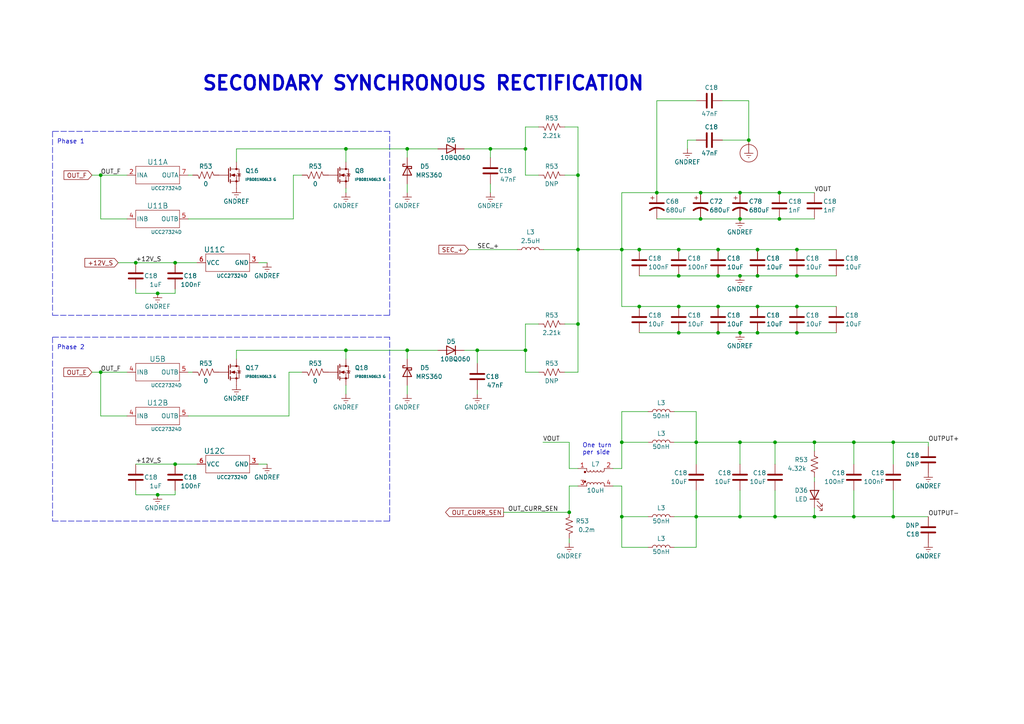
<source format=kicad_sch>
(kicad_sch (version 20230121) (generator eeschema)
  (paper "A4")
  (lib_symbols
    (symbol "Device:C" (pin_numbers hide) (pin_names (offset 0.254))
      (property "Reference" "C" (at 0.635 2.54 0))
      (property "Value" "C" (at 0.635 -2.54 0))
      (symbol "C_0_1"
        (polyline (pts (xy -2.032 -0.762) (xy 2.032 -0.762)) (stroke (width 0.508)))
        (polyline (pts (xy -2.032 0.762) (xy 2.032 0.762)) (stroke (width 0.508)))
      )
      (symbol "C_1_1"
        (pin passive line (at 0 3.81 270) (length 2.794) (name "~") (number "1"))
        (pin passive line (at 0 -3.81 90) (length 2.794) (name "~") (number "2"))
      )
    )
    (symbol "Device:C_Polarized_US" (pin_numbers hide) (pin_names (offset 0.254) hide)
      (property "Reference" "C" (at 0.635 2.54 0))
      (property "Value" "C_Polarized_US" (at 0.635 -2.54 0))
      (symbol "C_Polarized_US_0_1"
        (polyline (pts (xy -2.032 0.762) (xy 2.032 0.762)) (stroke (width 0.508)))
        (polyline (pts (xy -1.778 2.286) (xy -0.762 2.286)))
        (polyline (pts (xy -1.27 1.778) (xy -1.27 2.794)))
        (arc (start 2.032 -1.27) (mid 0 -0.5572) (end -2.032 -1.27) (stroke (width 0.508)))
      )
      (symbol "C_Polarized_US_1_1"
        (pin passive line (at 0 3.81 270) (length 2.794) (name "~") (number "1"))
        (pin passive line (at 0 -3.81 90) (length 3.302) (name "~") (number "2"))
      )
    )
    (symbol "Device:D" (pin_numbers hide) (pin_names (offset 1.016) hide)
      (property "Reference" "D" (at 0 2.54 0))
      (property "Value" "D" (at 0 -2.54 0))
      (symbol "D_0_1"
        (polyline (pts (xy -1.27 1.27) (xy -1.27 -1.27)) (stroke (width 0.254)))
        (polyline (pts (xy 1.27 0) (xy -1.27 0)))
        (polyline (pts (xy 1.27 1.27) (xy 1.27 -1.27) (xy -1.27 0) (xy 1.27 1.27)) (stroke (width 0.254)))
      )
      (symbol "D_1_1"
        (pin passive line (at -3.81 0 0) (length 2.54) (name "K") (number "1"))
        (pin passive line (at 3.81 0 180) (length 2.54) (name "A") (number "2"))
      )
    )
    (symbol "Device:D_Schottky" (pin_numbers hide) (pin_names (offset 1.016) hide)
      (property "Reference" "D" (at 0 2.54 0))
      (property "Value" "D_Schottky" (at 0 -2.54 0))
      (symbol "D_Schottky_0_1"
        (polyline (pts (xy 1.27 0) (xy -1.27 0)))
        (polyline (pts (xy 1.27 1.27) (xy 1.27 -1.27) (xy -1.27 0) (xy 1.27 1.27)) (stroke (width 0.254)))
        (polyline (pts (xy -1.905 0.635) (xy -1.905 1.27) (xy -1.27 1.27) (xy -1.27 -1.27) (xy -0.635 -1.27) (xy -0.635 -0.635)) (stroke (width 0.254)))
      )
      (symbol "D_Schottky_1_1"
        (pin passive line (at -3.81 0 0) (length 2.54) (name "K") (number "1"))
        (pin passive line (at 3.81 0 180) (length 2.54) (name "A") (number "2"))
      )
    )
    (symbol "Device:L" (pin_numbers hide) (pin_names (offset 1.016) hide)
      (property "Reference" "L" (at -1.27 0 90))
      (property "Value" "L" (at 1.905 0 90))
      (symbol "L_0_1"
        (arc (start 0 -2.54) (mid 0.6323 -1.905) (end 0 -1.27))
        (arc (start 0 -1.27) (mid 0.6323 -0.635) (end 0 0))
        (arc (start 0 0) (mid 0.6323 0.635) (end 0 1.27))
        (arc (start 0 1.27) (mid 0.6323 1.905) (end 0 2.54))
      )
      (symbol "L_1_1"
        (pin passive line (at 0 3.81 270) (length 1.27) (name "1") (number "1"))
        (pin passive line (at 0 -3.81 90) (length 1.27) (name "2") (number "2"))
      )
    )
    (symbol "Device:LED" (pin_numbers hide) (pin_names (offset 1.016) hide)
      (property "Reference" "D" (at 0 2.54 0))
      (property "Value" "LED" (at 0 -2.54 0))
      (symbol "LED_0_1"
        (polyline (pts (xy -1.27 -1.27) (xy -1.27 1.27)) (stroke (width 0.254)))
        (polyline (pts (xy -1.27 0) (xy 1.27 0)))
        (polyline (pts (xy 1.27 -1.27) (xy 1.27 1.27) (xy -1.27 0) (xy 1.27 -1.27)) (stroke (width 0.254)))
        (polyline (pts (xy -3.048 -0.762) (xy -4.572 -2.286) (xy -3.81 -2.286) (xy -4.572 -2.286) (xy -4.572 -1.524)))
        (polyline (pts (xy -1.778 -0.762) (xy -3.302 -2.286) (xy -2.54 -2.286) (xy -3.302 -2.286) (xy -3.302 -1.524)))
      )
      (symbol "LED_1_1"
        (pin passive line (at -3.81 0 0) (length 2.54) (name "K") (number "1"))
        (pin passive line (at 3.81 0 180) (length 2.54) (name "A") (number "2"))
      )
    )
    (symbol "Device:L_Coupled" (pin_names (offset 0.254) hide)
      (property "Reference" "L" (at 0 4.445 0))
      (property "Value" "L_Coupled" (at 0 -4.445 0))
      (symbol "L_Coupled_0_1"
        (circle (center -3.048 -1.27) (radius 0.254) (fill (type outline)))
        (circle (center -3.048 1.524) (radius 0.254) (fill (type outline)))
        (arc (start -2.54 2.032) (mid -2.032 1.5262) (end -1.524 2.032))
        (arc (start -1.524 -2.032) (mid -2.032 -1.5262) (end -2.54 -2.032))
        (arc (start -1.524 2.032) (mid -1.016 1.5262) (end -0.508 2.032))
        (arc (start -0.508 -2.032) (mid -1.016 -1.5262) (end -1.524 -2.032))
        (arc (start -0.508 2.032) (mid 0 1.5262) (end 0.508 2.032))
        (polyline (pts (xy -2.54 -2.032) (xy -2.54 -2.54)))
        (polyline (pts (xy -2.54 2.032) (xy -2.54 2.54)))
        (polyline (pts (xy 2.54 -2.032) (xy 2.54 -2.54)))
        (polyline (pts (xy 2.54 2.54) (xy 2.54 2.032)))
        (arc (start 0.508 -2.032) (mid 0 -1.5262) (end -0.508 -2.032))
        (arc (start 0.508 2.032) (mid 1.016 1.5262) (end 1.524 2.032))
        (arc (start 1.524 -2.032) (mid 1.016 -1.5262) (end 0.508 -2.032))
        (arc (start 1.524 2.032) (mid 2.032 1.5262) (end 2.54 2.032))
        (arc (start 2.54 -2.032) (mid 2.032 -1.5262) (end 1.524 -2.032))
      )
      (symbol "L_Coupled_1_1"
        (pin passive line (at -5.08 2.54 0) (length 2.54) (name "1") (number "1"))
        (pin passive line (at 5.08 2.54 180) (length 2.54) (name "2") (number "2"))
        (pin passive line (at -5.08 -2.54 0) (length 2.54) (name "3") (number "3"))
        (pin passive line (at 5.08 -2.54 180) (length 2.54) (name "4") (number "4"))
      )
    )
    (symbol "Device:R_US" (pin_numbers hide) (pin_names (offset 0))
      (property "Reference" "R" (at 2.54 0 90))
      (property "Value" "R_US" (at -2.54 0 90))
      (symbol "R_US_0_1"
        (polyline (pts (xy 0 -2.286) (xy 0 -2.54)))
        (polyline (pts (xy 0 2.286) (xy 0 2.54)))
        (polyline (pts (xy 0 -0.762) (xy 1.016 -1.143) (xy 0 -1.524) (xy -1.016 -1.905) (xy 0 -2.286)))
        (polyline (pts (xy 0 0.762) (xy 1.016 0.381) (xy 0 0) (xy -1.016 -0.381) (xy 0 -0.762)))
        (polyline (pts (xy 0 2.286) (xy 1.016 1.905) (xy 0 1.524) (xy -1.016 1.143) (xy 0 0.762)))
      )
      (symbol "R_US_1_1"
        (pin passive line (at 0 3.81 270) (length 1.27) (name "~") (number "1"))
        (pin passive line (at 0 -3.81 90) (length 1.27) (name "~") (number "2"))
      )
    )
    (symbol "fb_smps_symbols:IPB081N06L3 G" (pin_names hide)
      (property "Reference" "Q" (at 5.08 1.905 0))
      (property "Value" "IPB081N06L3 G" (at 5.08 0 0))
      (symbol "IPB081N06L3 G_0_1"
        (polyline (pts (xy 0.254 0) (xy -2.54 0)))
        (polyline (pts (xy 0.254 1.905) (xy 0.254 -1.905)) (stroke (width 0.254)))
        (polyline (pts (xy 0.762 -1.27) (xy 0.762 -2.286)) (stroke (width 0.254)))
        (polyline (pts (xy 0.762 0.508) (xy 0.762 -0.508)) (stroke (width 0.254)))
        (polyline (pts (xy 0.762 2.286) (xy 0.762 1.27)) (stroke (width 0.254)))
        (polyline (pts (xy 2.54 -3.81) (xy 2.54 -2.54)))
        (polyline (pts (xy 2.54 2.54) (xy 2.54 1.778)))
        (polyline (pts (xy 2.54 2.54) (xy 2.54 3.81)))
        (polyline (pts (xy 2.54 -2.54) (xy 2.54 0) (xy 0.762 0)))
        (polyline (pts (xy 0.762 -1.778) (xy 3.302 -1.778) (xy 3.302 1.778) (xy 0.762 1.778)))
        (polyline (pts (xy 1.016 0) (xy 2.032 0.381) (xy 2.032 -0.381) (xy 1.016 0)) (fill (type outline)))
        (polyline (pts (xy 2.794 0.508) (xy 2.921 0.381) (xy 3.683 0.381) (xy 3.81 0.254)))
        (polyline (pts (xy 3.302 0.381) (xy 2.921 -0.254) (xy 3.683 -0.254) (xy 3.302 0.381)))
        (circle (center 2.54 -1.778) (radius 0.254) (fill (type outline)))
        (circle (center 2.54 1.778) (radius 0.254) (fill (type outline)))
      )
      (symbol "IPB081N06L3 G_1_1"
        (pin input line (at -2.54 0 0) (length 2.54) hide (name "G") (number "1"))
        (pin passive line (at 2.54 3.81 270) (length 2.54) hide (name "D") (number "2"))
        (pin passive line (at 2.54 -3.81 90) (length 2.54) hide (name "S") (number "3"))
      )
    )
    (symbol "fb_smps_symbols:UCC27324D" (pin_names (offset 0.254))
      (property "Reference" "U" (at 5.08 1.27 0))
      (property "Value" "UCC27324D" (at 11.43 -6.35 0))
      (symbol "UCC27324D_0_1"
        (polyline (pts (xy 2.54 -5.08) (xy 15.24 -5.08)) (stroke (width 0.127)))
        (polyline (pts (xy 2.54 0) (xy 2.54 -5.08)) (stroke (width 0.127)))
        (polyline (pts (xy 15.24 -5.08) (xy 15.24 0)) (stroke (width 0.127)))
        (polyline (pts (xy 15.24 0) (xy 2.54 0)) (stroke (width 0.127)))
      )
      (symbol "UCC27324D_1_1"
        (pin input line (at 0 -2.54 0) (length 2.54) (name "INA") (number "2"))
        (pin output line (at 17.78 -2.54 180) (length 2.54) (name "OUTA") (number "7"))
      )
      (symbol "UCC27324D_2_1"
        (pin input line (at 0 -2.54 0) (length 2.54) (name "INB") (number "4"))
        (pin output line (at 17.78 -2.54 180) (length 2.54) (name "OUTB") (number "5"))
      )
      (symbol "UCC27324D_3_1"
        (pin power_in line (at 17.78 -2.54 180) (length 2.54) (name "GND") (number "3"))
        (pin power_in line (at 0 -2.54 0) (length 2.54) (name "VCC") (number "6"))
      )
    )
    (symbol "power:Earth_Protective" (power) (pin_names (offset 0))
      (symbol "Earth_Protective_0_1"
        (circle (center 0 -3.81) (radius 2.54))
        (polyline (pts (xy -0.635 -4.445) (xy 0.635 -4.445)))
        (polyline (pts (xy -0.127 -5.08) (xy 0.127 -5.08)))
        (polyline (pts (xy 0 -3.81) (xy 0 0)))
        (polyline (pts (xy 1.27 -3.81) (xy -1.27 -3.81)))
      )
      (symbol "Earth_Protective_1_1"
        (pin power_in line (at 0 0 270) (length 0) hide (name "Earth_Protective") (number "1"))
      )
    )
    (symbol "power:GNDREF" (power) (pin_names (offset 0))
      (property "Value" "GNDREF" (at 0 -3.81 0))
      (symbol "GNDREF_0_1"
        (polyline (pts (xy -0.635 -1.905) (xy 0.635 -1.905)))
        (polyline (pts (xy -0.127 -2.54) (xy 0.127 -2.54)))
        (polyline (pts (xy 0 -1.27) (xy 0 0)))
        (polyline (pts (xy 1.27 -1.27) (xy -1.27 -1.27)))
      )
      (symbol "GNDREF_1_1"
        (pin power_in line (at 0 0 270) (length 0) hide (name "GNDREF") (number "1"))
      )
    )
  )
  (junction (at 167.64 93.98))
  (junction (at 208.28 96.52))
  (junction (at 247.65 128.27))
  (junction (at 214.63 128.27))
  (junction (at 180.34 128.27))
  (junction (at 142.24 43.18))
  (junction (at 118.11 43.18))
  (junction (at 226.06 55.88))
  (junction (at 208.28 72.39))
  (junction (at 100.33 101.6))
  (junction (at 219.71 72.39))
  (junction (at 152.4 43.18))
  (junction (at 231.14 80.01))
  (junction (at 231.14 72.39))
  (junction (at 259.08 128.27))
  (junction (at 219.71 88.9))
  (junction (at 201.93 128.27))
  (junction (at 236.22 149.86))
  (junction (at 180.34 149.86))
  (junction (at 50.8 134.62))
  (junction (at 29.21 50.8))
  (junction (at 196.85 96.52))
  (junction (at 203.2 55.88))
  (junction (at 50.8 76.2))
  (junction (at 236.22 128.27))
  (junction (at 185.42 72.39))
  (junction (at 247.65 149.86))
  (junction (at 167.64 72.39))
  (junction (at 214.63 96.52))
  (junction (at 214.63 149.86))
  (junction (at 224.79 128.27))
  (junction (at 45.72 143.51))
  (junction (at 259.08 149.86))
  (junction (at 208.28 88.9))
  (junction (at 226.06 63.5))
  (junction (at 29.21 107.95))
  (junction (at 45.72 85.09))
  (junction (at 214.63 80.01))
  (junction (at 190.5 55.88))
  (junction (at 219.71 96.52))
  (junction (at 196.85 72.39))
  (junction (at 217.17 40.64))
  (junction (at 196.85 80.01))
  (junction (at 196.85 88.9))
  (junction (at 231.14 88.9))
  (junction (at 214.63 63.5))
  (junction (at 185.42 88.9))
  (junction (at 208.28 80.01))
  (junction (at 165.1 148.59))
  (junction (at 167.64 50.8))
  (junction (at 138.43 101.6))
  (junction (at 203.2 63.5))
  (junction (at 180.34 72.39))
  (junction (at 100.33 43.18))
  (junction (at 118.11 101.6))
  (junction (at 231.14 96.52))
  (junction (at 219.71 80.01))
  (junction (at 214.63 55.88))
  (junction (at 201.93 149.86))
  (junction (at 224.79 149.86))
  (junction (at 152.4 101.6))
  (junction (at 39.37 76.2))
  (wire (pts (xy 177.8 135.89) (xy 180.34 135.89)))
  (wire (pts (xy 224.79 149.86) (xy 214.63 149.86)))
  (wire (pts (xy 236.22 128.27) (xy 236.22 130.81)))
  (wire (pts (xy 180.34 140.97) (xy 180.34 149.86)))
  (wire (pts (xy 138.43 114.3) (xy 138.43 113.03)))
  (wire (pts (xy 196.85 88.9) (xy 208.28 88.9)))
  (wire (pts (xy 187.96 119.38) (xy 180.34 119.38)))
  (wire (pts (xy 231.14 96.52) (xy 242.57 96.52)))
  (wire (pts (xy 54.61 63.5) (xy 85.09 63.5)))
  (wire (pts (xy 190.5 29.21) (xy 190.5 55.88)))
  (wire (pts (xy 74.93 76.2) (xy 77.47 76.2)))
  (wire (pts (xy 138.43 101.6) (xy 138.43 105.41)))
  (wire (pts (xy 214.63 55.88) (xy 226.06 55.88)))
  (wire (pts (xy 219.71 80.01) (xy 231.14 80.01)))
  (wire (pts (xy 195.58 158.75) (xy 201.93 158.75)))
  (wire (pts (xy 214.63 63.5) (xy 226.06 63.5)))
  (wire (pts (xy 138.43 101.6) (xy 152.4 101.6)))
  (wire (pts (xy 185.42 88.9) (xy 196.85 88.9)))
  (wire (pts (xy 167.64 36.83) (xy 167.64 50.8)))
  (wire (pts (xy 190.5 63.5) (xy 203.2 63.5)))
  (wire (pts (xy 50.8 76.2) (xy 57.15 76.2)))
  (wire (pts (xy 163.83 50.8) (xy 167.64 50.8)))
  (wire (pts (xy 68.58 101.6) (xy 100.33 101.6)))
  (polyline (pts (xy 15.24 91.44) (xy 113.03 91.44)) (stroke (width 0) (type dash)))
  (wire (pts (xy 54.61 120.65) (xy 83.82 120.65)))
  (wire (pts (xy 165.1 140.97) (xy 167.64 140.97)))
  (wire (pts (xy 68.58 43.18) (xy 68.58 46.99)))
  (wire (pts (xy 259.08 149.86) (xy 247.65 149.86)))
  (wire (pts (xy 214.63 80.01) (xy 219.71 80.01)))
  (wire (pts (xy 236.22 138.43) (xy 236.22 139.7)))
  (wire (pts (xy 34.29 76.2) (xy 39.37 76.2)))
  (wire (pts (xy 36.83 50.8) (xy 29.21 50.8)))
  (wire (pts (xy 201.93 29.21) (xy 190.5 29.21)))
  (wire (pts (xy 167.64 72.39) (xy 167.64 93.98)))
  (wire (pts (xy 50.8 83.82) (xy 50.8 85.09)))
  (wire (pts (xy 165.1 135.89) (xy 167.64 135.89)))
  (wire (pts (xy 180.34 72.39) (xy 185.42 72.39)))
  (wire (pts (xy 201.93 149.86) (xy 201.93 142.24)))
  (wire (pts (xy 167.64 50.8) (xy 167.64 72.39)))
  (wire (pts (xy 36.83 107.95) (xy 29.21 107.95)))
  (wire (pts (xy 85.09 50.8) (xy 87.63 50.8)))
  (wire (pts (xy 157.48 128.27) (xy 165.1 128.27)))
  (wire (pts (xy 180.34 149.86) (xy 187.96 149.86)))
  (wire (pts (xy 50.8 85.09) (xy 45.72 85.09)))
  (wire (pts (xy 29.21 50.8) (xy 29.21 63.5)))
  (wire (pts (xy 39.37 85.09) (xy 45.72 85.09)))
  (wire (pts (xy 85.09 63.5) (xy 85.09 50.8)))
  (wire (pts (xy 180.34 55.88) (xy 180.34 72.39)))
  (wire (pts (xy 163.83 107.95) (xy 167.64 107.95)))
  (wire (pts (xy 195.58 149.86) (xy 201.93 149.86)))
  (wire (pts (xy 219.71 88.9) (xy 231.14 88.9)))
  (wire (pts (xy 199.39 40.64) (xy 199.39 43.18)))
  (polyline (pts (xy 113.03 97.79) (xy 15.24 97.79)) (stroke (width 0) (type dash)))
  (wire (pts (xy 167.64 72.39) (xy 180.34 72.39)))
  (wire (pts (xy 219.71 72.39) (xy 231.14 72.39)))
  (wire (pts (xy 50.8 142.24) (xy 50.8 143.51)))
  (polyline (pts (xy 15.24 38.1) (xy 15.24 91.44)) (stroke (width 0) (type dash)))
  (wire (pts (xy 68.58 43.18) (xy 100.33 43.18)))
  (wire (pts (xy 152.4 43.18) (xy 152.4 36.83)))
  (wire (pts (xy 156.21 50.8) (xy 152.4 50.8)))
  (wire (pts (xy 214.63 128.27) (xy 201.93 128.27)))
  (wire (pts (xy 208.28 96.52) (xy 214.63 96.52)))
  (wire (pts (xy 152.4 43.18) (xy 152.4 50.8)))
  (wire (pts (xy 231.14 72.39) (xy 242.57 72.39)))
  (wire (pts (xy 214.63 128.27) (xy 214.63 134.62)))
  (wire (pts (xy 196.85 80.01) (xy 208.28 80.01)))
  (wire (pts (xy 269.24 149.86) (xy 259.08 149.86)))
  (wire (pts (xy 54.61 50.8) (xy 55.88 50.8)))
  (wire (pts (xy 259.08 142.24) (xy 259.08 149.86)))
  (wire (pts (xy 259.08 134.62) (xy 259.08 128.27)))
  (wire (pts (xy 201.93 119.38) (xy 195.58 119.38)))
  (wire (pts (xy 29.21 63.5) (xy 36.83 63.5)))
  (wire (pts (xy 224.79 128.27) (xy 224.79 134.62)))
  (wire (pts (xy 214.63 96.52) (xy 219.71 96.52)))
  (wire (pts (xy 236.22 147.32) (xy 236.22 149.86)))
  (wire (pts (xy 142.24 43.18) (xy 142.24 45.72)))
  (wire (pts (xy 39.37 143.51) (xy 45.72 143.51)))
  (wire (pts (xy 247.65 128.27) (xy 236.22 128.27)))
  (wire (pts (xy 50.8 143.51) (xy 45.72 143.51)))
  (wire (pts (xy 231.14 80.01) (xy 242.57 80.01)))
  (wire (pts (xy 269.24 129.54) (xy 269.24 128.27)))
  (wire (pts (xy 118.11 101.6) (xy 127 101.6)))
  (wire (pts (xy 177.8 140.97) (xy 180.34 140.97)))
  (wire (pts (xy 231.14 88.9) (xy 242.57 88.9)))
  (wire (pts (xy 165.1 128.27) (xy 165.1 135.89)))
  (wire (pts (xy 185.42 72.39) (xy 196.85 72.39)))
  (wire (pts (xy 118.11 101.6) (xy 118.11 104.14)))
  (wire (pts (xy 135.89 72.39) (xy 150.0544 72.39)))
  (wire (pts (xy 247.65 142.24) (xy 247.65 149.86)))
  (wire (pts (xy 259.08 128.27) (xy 247.65 128.27)))
  (wire (pts (xy 247.65 128.27) (xy 247.65 134.62)))
  (wire (pts (xy 100.33 54.61) (xy 100.33 55.88)))
  (wire (pts (xy 29.21 107.95) (xy 29.21 120.65)))
  (wire (pts (xy 142.24 43.18) (xy 152.4 43.18)))
  (wire (pts (xy 100.33 101.6) (xy 100.33 104.14)))
  (wire (pts (xy 39.37 83.82) (xy 39.37 85.09)))
  (wire (pts (xy 214.63 142.24) (xy 214.63 149.86)))
  (wire (pts (xy 54.61 107.95) (xy 55.88 107.95)))
  (wire (pts (xy 180.34 88.9) (xy 180.34 72.39)))
  (wire (pts (xy 156.21 107.95) (xy 152.4 107.95)))
  (wire (pts (xy 39.37 142.24) (xy 39.37 143.51)))
  (wire (pts (xy 50.8 134.62) (xy 57.15 134.62)))
  (wire (pts (xy 152.4 93.98) (xy 152.4 101.6)))
  (wire (pts (xy 100.33 114.3) (xy 100.33 111.76)))
  (wire (pts (xy 208.28 88.9) (xy 219.71 88.9)))
  (wire (pts (xy 74.93 134.62) (xy 77.47 134.62)))
  (wire (pts (xy 134.62 43.18) (xy 142.24 43.18)))
  (wire (pts (xy 157.6744 72.39) (xy 167.64 72.39)))
  (wire (pts (xy 100.33 101.6) (xy 118.11 101.6)))
  (wire (pts (xy 236.22 149.86) (xy 224.79 149.86)))
  (wire (pts (xy 180.34 128.27) (xy 187.96 128.27)))
  (wire (pts (xy 118.11 53.34) (xy 118.11 55.88)))
  (wire (pts (xy 83.82 120.65) (xy 83.82 107.95)))
  (polyline (pts (xy 15.24 97.79) (xy 15.24 151.13)) (stroke (width 0) (type dash)))
  (wire (pts (xy 39.37 76.2) (xy 50.8 76.2)))
  (wire (pts (xy 180.34 158.75) (xy 180.34 149.86)))
  (wire (pts (xy 217.17 40.64) (xy 209.55 40.64)))
  (polyline (pts (xy 113.03 91.44) (xy 113.03 38.1)) (stroke (width 0) (type dash)))
  (wire (pts (xy 39.37 134.62) (xy 50.8 134.62)))
  (wire (pts (xy 224.79 128.27) (xy 214.63 128.27)))
  (wire (pts (xy 142.24 55.88) (xy 142.24 53.34)))
  (wire (pts (xy 214.63 149.86) (xy 201.93 149.86)))
  (wire (pts (xy 185.42 80.01) (xy 196.85 80.01)))
  (wire (pts (xy 217.17 40.64) (xy 217.17 29.21)))
  (wire (pts (xy 185.42 96.52) (xy 196.85 96.52)))
  (wire (pts (xy 226.06 63.5) (xy 236.22 63.5)))
  (polyline (pts (xy 113.03 151.13) (xy 113.03 97.79)) (stroke (width 0) (type dash)))
  (wire (pts (xy 167.64 36.83) (xy 163.83 36.83)))
  (wire (pts (xy 219.71 96.52) (xy 231.14 96.52)))
  (wire (pts (xy 118.11 114.3) (xy 118.11 111.76)))
  (wire (pts (xy 201.93 40.64) (xy 199.39 40.64)))
  (polyline (pts (xy 113.03 38.1) (xy 15.24 38.1)) (stroke (width 0) (type dash)))
  (wire (pts (xy 100.33 43.18) (xy 118.11 43.18)))
  (wire (pts (xy 29.21 120.65) (xy 36.83 120.65)))
  (wire (pts (xy 185.42 88.9) (xy 180.34 88.9)))
  (wire (pts (xy 217.17 29.21) (xy 209.55 29.21)))
  (wire (pts (xy 180.34 128.27) (xy 180.34 135.89)))
  (wire (pts (xy 152.4 36.83) (xy 156.21 36.83)))
  (wire (pts (xy 165.1 156.21) (xy 165.1 157.48)))
  (wire (pts (xy 134.62 101.6) (xy 138.43 101.6)))
  (wire (pts (xy 26.67 50.8) (xy 29.21 50.8)))
  (wire (pts (xy 26.67 107.95) (xy 29.21 107.95)))
  (wire (pts (xy 203.2 63.5) (xy 214.63 63.5)))
  (wire (pts (xy 190.5 55.88) (xy 203.2 55.88)))
  (wire (pts (xy 201.93 128.27) (xy 201.93 134.62)))
  (wire (pts (xy 180.34 55.88) (xy 190.5 55.88)))
  (wire (pts (xy 195.58 128.27) (xy 201.93 128.27)))
  (wire (pts (xy 163.83 93.98) (xy 167.64 93.98)))
  (wire (pts (xy 146.05 148.59) (xy 165.1 148.59)))
  (wire (pts (xy 180.34 119.38) (xy 180.34 128.27)))
  (wire (pts (xy 208.28 80.01) (xy 214.63 80.01)))
  (wire (pts (xy 165.1 148.59) (xy 165.1 140.97)))
  (wire (pts (xy 83.82 107.95) (xy 87.63 107.95)))
  (wire (pts (xy 68.58 101.6) (xy 68.58 104.14)))
  (wire (pts (xy 259.08 128.27) (xy 269.24 128.27)))
  (wire (pts (xy 201.93 119.38) (xy 201.93 128.27)))
  (wire (pts (xy 203.2 55.88) (xy 214.63 55.88)))
  (polyline (pts (xy 15.24 151.13) (xy 113.03 151.13)) (stroke (width 0) (type dash)))
  (wire (pts (xy 201.93 158.75) (xy 201.93 149.86)))
  (wire (pts (xy 236.22 128.27) (xy 224.79 128.27)))
  (wire (pts (xy 224.79 142.24) (xy 224.79 149.86)))
  (wire (pts (xy 196.85 72.39) (xy 208.28 72.39)))
  (wire (pts (xy 208.28 72.39) (xy 219.71 72.39)))
  (wire (pts (xy 152.4 107.95) (xy 152.4 101.6)))
  (wire (pts (xy 152.4 93.98) (xy 156.21 93.98)))
  (wire (pts (xy 118.11 43.18) (xy 127 43.18)))
  (wire (pts (xy 167.64 93.98) (xy 167.64 107.95)))
  (wire (pts (xy 226.06 55.88) (xy 236.22 55.88)))
  (wire (pts (xy 187.96 158.75) (xy 180.34 158.75)))
  (wire (pts (xy 247.65 149.86) (xy 236.22 149.86)))
  (wire (pts (xy 100.33 43.18) (xy 100.33 46.99)))
  (wire (pts (xy 118.11 43.18) (xy 118.11 45.72)))
  (wire (pts (xy 196.85 96.52) (xy 208.28 96.52)))
  (text "Phase 2" (at 16.51 101.6 0) (effects (font (size 1.27 1.27)) (justify left bottom)))
  (text "Phase 1" (at 16.51 41.91 0) (effects (font (size 1.27 1.27)) (justify left bottom)))
  (text "One turn \nper side" (at 168.91 132.08 0) (effects (font (size 1.27 1.27)) (justify left bottom)))
  (text "SECONDARY SYNCHRONOUS RECTIFICATION" (at 58.42 26.67 0) (effects (font (size 4 4) (thickness 0.8) bold) (justify left bottom)))
  (label "OUT_CURR_SEN" (at 147.32 148.59 0))
  (label "VOUT" (at 157.48 128.27 0))
  (label "+12V_S" (at 39.37 134.62 0))
  (label "OUTPUT-" (at 269.24 149.86 0))
  (label "OUTPUT+" (at 269.24 128.27 0))
  (label "VOUT" (at 236.22 55.88 0))
  (label "SEC_+" (at 144.78 72.39 180))
  (label "OUT_F" (at 29.21 50.8 0))
  (label "OUT_F" (at 29.21 107.95 0))
  (label "+12V_S" (at 39.37 76.2 0))
  (global_label "+12V_S" (shape input) (at 34.29 76.2 180) (property "Intersheetrefs" "${INTERSHEET_REFS}" (effects hide)))
  (global_label "OUT_E" (shape input) (at 26.67 107.95 180) (property "Intersheetrefs" "${INTERSHEET_REFS}" (effects hide)))
  (global_label "OUT_CURR_SEN" (shape output) (at 146.05 148.59 180) (property "Intersheetrefs" "${INTERSHEET_REFS}" (effects hide)))
  (global_label "OUT_F" (shape input) (at 26.67 50.8 180) (property "Intersheetrefs" "${INTERSHEET_REFS}" (effects hide)))
  (global_label "SEC_+" (shape input) (at 135.89 72.39 180) (property "Intersheetrefs" "${INTERSHEET_REFS}" (effects hide)))
  (symbol (lib_id "Device:R_US") (at 91.44 50.8 270) (mirror x) (unit 1)
    (property "Reference" "R53" (at 91.44 48.26 90))
    (property "Value" "0" (at 91.44 53.34 90))
    (instances (project "full_bridge_smps" (path "" (reference "R53") (unit 1)) (path "" (reference "R80") (unit 1)) (path "" (reference "R84") (unit 1))))
  )
  (symbol (lib_id "Device:C") (at 185.42 92.71 0) (mirror x) (unit 1)
    (property "Reference" "C18" (at 187.96 91.44 0) (effects (justify left)))
    (property "Value" "10uF" (at 187.96 93.98 0) (effects (justify left)))
    (instances (project "full_bridge_smps" (path "" (reference "C18") (unit 1)) (path "" (reference "C48") (unit 1)) (path "" (reference "C67") (unit 1))))
  )
  (symbol (lib_id "power:GNDREF") (at 68.58 54.61 0) (mirror y) (unit 1)
    (property "Reference" "#PWR071" (effects hide))
    (property "Value" "GNDREF" (at 68.58 58.42 0))
    (instances (project "full_bridge_smps" (path "" (reference "#PWR071") (unit 1)) (path "" (reference "#PWR041") (unit 1)) (path "" (reference "#PWR096") (unit 1))))
  )
  (symbol (lib_id "power:GNDREF") (at 100.33 55.88 0) (mirror y) (unit 1)
    (property "Reference" "#PWR071" (effects hide))
    (property "Value" "GNDREF" (at 100.33 59.69 0))
    (instances (project "full_bridge_smps" (path "" (reference "#PWR071") (unit 1)) (path "" (reference "#PWR041") (unit 1)) (path "" (reference "#PWR095") (unit 1))))
  )
  (symbol (lib_id "Device:C") (at 39.37 80.01 0) (mirror y) (unit 1)
    (property "Reference" "C18" (at 45.72 80.01 0) (effects (justify left)))
    (property "Value" "1uF" (at 46.99 82.55 0) (effects (justify left)))
    (instances (project "full_bridge_smps" (path "" (reference "C18") (unit 1)) (path "" (reference "C48") (unit 1)) (path "" (reference "C55") (unit 1))))
  )
  (symbol (lib_id "power:GNDREF") (at 45.72 85.09 0) (mirror y) (unit 1)
    (property "Reference" "#PWR071" (effects hide))
    (property "Value" "GNDREF" (at 45.72 88.9 0))
    (instances (project "full_bridge_smps" (path "" (reference "#PWR071") (unit 1)) (path "" (reference "#PWR041") (unit 1)) (path "" (reference "#PWR091") (unit 1))))
  )
  (symbol (lib_id "Device:L") (at 191.77 158.75 270) (mirror x) (unit 1)
    (property "Reference" "L3" (at 191.77 156.21 90))
    (property "Value" "50nH" (at 191.77 160.02 90))
    (instances (project "full_bridge_smps" (path "" (reference "L3") (unit 1)) (path "" (reference "L9") (unit 1)) (path "" (reference "L15") (unit 1)) (path "" (reference "L12") (unit 1))))
  )
  (symbol (lib_id "power:GNDREF") (at 214.63 63.5 0) (mirror y) (unit 1)
    (property "Reference" "#PWR071" (effects hide))
    (property "Value" "GNDREF" (at 214.63 67.31 0))
    (instances (project "full_bridge_smps" (path "" (reference "#PWR071") (unit 1)) (path "" (reference "#PWR041") (unit 1)) (path "" (reference "#PWR083") (unit 1))))
  )
  (symbol (lib_id "Device:C") (at 226.06 59.69 0) (mirror x) (unit 1)
    (property "Reference" "C18" (at 228.6 58.42 0) (effects (justify left)))
    (property "Value" "1nF" (at 228.6 60.96 0) (effects (justify left)))
    (instances (project "full_bridge_smps" (path "" (reference "C18") (unit 1)) (path "" (reference "C48") (unit 1)) (path "" (reference "C77") (unit 1))))
  )
  (symbol (lib_id "Device:R_US") (at 59.69 50.8 270) (mirror x) (unit 1)
    (property "Reference" "R53" (at 59.69 48.26 90))
    (property "Value" "0" (at 59.69 53.34 90))
    (instances (project "full_bridge_smps" (path "" (reference "R53") (unit 1)) (path "" (reference "R80") (unit 1)) (path "" (reference "R83") (unit 1))))
  )
  (symbol (lib_id "Device:C") (at 269.24 133.35 180) (unit 1)
    (property "Reference" "C18" (at 266.7 132.08 0) (effects (justify left)))
    (property "Value" "DNP" (at 266.7 134.62 0) (effects (justify left)))
    (instances (project "full_bridge_smps" (path "" (reference "C18") (unit 1)) (path "" (reference "C48") (unit 1)) (path "" (reference "C57") (unit 1)) (path "" (reference "C96") (unit 1))))
  )
  (symbol (lib_id "power:GNDREF") (at 142.24 55.88 0) (mirror y) (unit 1)
    (property "Reference" "#PWR071" (effects hide))
    (property "Value" "GNDREF" (at 142.24 59.69 0))
    (instances (project "full_bridge_smps" (path "" (reference "#PWR071") (unit 1)) (path "" (reference "#PWR041") (unit 1)) (path "" (reference "#PWR087") (unit 1))))
  )
  (symbol (lib_id "Device:D_Schottky") (at 118.11 49.53 90) (mirror x) (unit 1)
    (property "Reference" "D5" (at 123.19 48.26 90))
    (property "Value" "MRS360" (at 124.46 50.8 90))
    (instances (project "full_bridge_smps" (path "" (reference "D5") (unit 1)) (path "" (reference "D10") (unit 1)) (path "" (reference "D27") (unit 1))))
  )
  (symbol (lib_id "power:GNDREF") (at 118.11 55.88 0) (mirror y) (unit 1)
    (property "Reference" "#PWR071" (effects hide))
    (property "Value" "GNDREF" (at 118.11 59.69 0))
    (instances (project "full_bridge_smps" (path "" (reference "#PWR071") (unit 1)) (path "" (reference "#PWR041") (unit 1)) (path "" (reference "#PWR089") (unit 1))))
  )
  (symbol (lib_id "Device:C") (at 142.24 49.53 0) (mirror y) (unit 1)
    (property "Reference" "C18" (at 148.59 49.53 0) (effects (justify left)))
    (property "Value" "47nF" (at 149.86 52.07 0) (effects (justify left)))
    (instances (project "full_bridge_smps" (path "" (reference "C18") (unit 1)) (path "" (reference "C48") (unit 1)) (path "" (reference "C27") (unit 1))))
  )
  (symbol (lib_id "power:GNDREF") (at 77.47 134.62 0) (mirror y) (unit 1)
    (property "Reference" "#PWR071" (effects hide))
    (property "Value" "GNDREF" (at 77.47 138.43 0))
    (instances (project "full_bridge_smps" (path "" (reference "#PWR071") (unit 1)) (path "" (reference "#PWR041") (unit 1)) (path "" (reference "#PWR094") (unit 1))))
  )
  (symbol (lib_id "fb_smps_symbols:IPB081N06L3 G") (at 66.04 50.8 0) (unit 1)
    (property "Reference" "Q16" (at 71.12 49.53 0) (effects (justify left)))
    (property "Value" "IPB081N06L3 G" (at 71.12 52.07 0) (effects (font (size 0.75 0.75)) (justify left)))
    (property "Footprint" "fb_smps_footprints:IPB081N06L3 G" (effects hide))
  )
  (symbol (lib_id "Device:R_US") (at 160.02 93.98 270) (mirror x) (unit 1)
    (property "Reference" "R53" (at 160.02 91.44 90))
    (property "Value" "2.21k" (at 160.02 96.52 90))
    (instances (project "full_bridge_smps" (path "" (reference "R53") (unit 1)) (path "" (reference "R80") (unit 1)) (path "" (reference "R90") (unit 1))))
  )
  (symbol (lib_id "Device:LED") (at 236.22 143.51 90) (unit 1)
    (property "Reference" "D31" (at 232.41 142.24 90))
    (property "Value" "LED" (at 232.41 144.78 90))
    (instances (project "full_bridge_smps" (path "" (reference "D36") (unit 1)) (path "" (reference "D18") (unit 1))))
  )
  (symbol (lib_id "power:Earth_Protective") (at 217.17 40.64 0) (mirror y) (unit 1)
    (property "Reference" "#PWR02" (effects hide))
    (property "Value" "Earth_Protective" (effects hide))
    (instances (project "full_bridge_smps" (path "" (reference "#PWR02") (unit 1)) (path "" (reference "#PWR085") (unit 1))))
  )
  (symbol (lib_id "Device:R_US") (at 160.02 36.83 270) (mirror x) (unit 1)
    (property "Reference" "R53" (at 160.02 34.29 90))
    (property "Value" "2.21k" (at 160.02 39.37 90))
    (instances (project "full_bridge_smps" (path "" (reference "R53") (unit 1)) (path "" (reference "R80") (unit 1)) (path "" (reference "R87") (unit 1))))
  )
  (symbol (lib_id "Device:C") (at 196.85 92.71 0) (mirror x) (unit 1)
    (property "Reference" "C18" (at 199.39 91.44 0) (effects (justify left)))
    (property "Value" "10uF" (at 199.39 93.98 0) (effects (justify left)))
    (instances (project "full_bridge_smps" (path "" (reference "C18") (unit 1)) (path "" (reference "C48") (unit 1)) (path "" (reference "C71") (unit 1))))
  )
  (symbol (lib_id "Device:L") (at 191.77 128.27 270) (mirror x) (unit 1)
    (property "Reference" "L3" (at 193.04 125.73 90) (effects (justify right)))
    (property "Value" "50nH" (at 194.31 129.54 90) (effects (justify right)))
    (instances (project "full_bridge_smps" (path "" (reference "L3") (unit 1)) (path "" (reference "L9") (unit 1)) (path "" (reference "L13") (unit 1)) (path "" (reference "L9") (unit 1))))
  )
  (symbol (lib_id "Device:C") (at 224.79 138.43 180) (unit 1)
    (property "Reference" "C18" (at 222.25 137.16 0) (effects (justify left)))
    (property "Value" "10uF" (at 222.25 139.7 0) (effects (justify left)))
    (instances (project "full_bridge_smps" (path "" (reference "C18") (unit 1)) (path "" (reference "C48") (unit 1)) (path "" (reference "C50") (unit 1)) (path "" (reference "C91") (unit 1))))
  )
  (symbol (lib_id "power:GNDREF") (at 269.24 157.48 0) (unit 1)
    (property "Reference" "#PWR071" (effects hide))
    (property "Value" "GNDREF" (at 269.24 161.29 0))
    (instances (project "full_bridge_smps" (path "" (reference "#PWR071") (unit 1)) (path "" (reference "#PWR041") (unit 1)) (path "" (reference "#PWR0104") (unit 1)) (path "" (reference "#PWR0127") (unit 1))))
  )
  (symbol (lib_id "Device:L") (at 153.8644 72.39 90) (unit 1)
    (property "Reference" "L3" (at 153.8644 67.31 90))
    (property "Value" "2.5uH" (at 153.8644 69.85 90))
    (instances (project "full_bridge_smps" (path "" (reference "L3") (unit 1)) (path "" (reference "L9") (unit 1)) (path "" (reference "L10") (unit 1))))
  )
  (symbol (lib_id "Device:C") (at 205.74 40.64 90) (unit 1)
    (property "Reference" "C18" (at 208.28 36.83 90) (effects (justify left)))
    (property "Value" "47nF" (at 208.28 44.45 90) (effects (justify left)))
    (instances (project "full_bridge_smps" (path "" (reference "C18") (unit 1)) (path "" (reference "C48") (unit 1)) (path "" (reference "C215") (unit 1))))
  )
  (symbol (lib_id "Device:C") (at 138.43 109.22 0) (mirror y) (unit 1)
    (property "Reference" "C18" (at 144.78 109.22 0) (effects (justify left)))
    (property "Value" "47nF" (at 146.05 111.76 0) (effects (justify left)))
    (instances (project "full_bridge_smps" (path "" (reference "C18") (unit 1)) (path "" (reference "C48") (unit 1)) (path "" (reference "C28") (unit 1))))
  )
  (symbol (lib_id "Device:C") (at 231.14 76.2 0) (mirror x) (unit 1)
    (property "Reference" "C18" (at 233.68 74.93 0) (effects (justify left)))
    (property "Value" "10uF" (at 233.68 77.47 0) (effects (justify left)))
    (instances (project "full_bridge_smps" (path "" (reference "C18") (unit 1)) (path "" (reference "C48") (unit 1)) (path "" (reference "C86") (unit 1))))
  )
  (symbol (lib_id "fb_smps_symbols:UCC27324D") (at 57.15 132.08 0) (unit 3)
    (property "Reference" "U12" (at 62.23 130.81 0) (effects (font (size 1.524 1.524))))
    (property "Value" "UCC27324D" (at 67.31 138.43 0) (effects (font (size 1 1))))
    (property "Footprint" "fb_smps_footprints:UCC27324D" (effects hide))
    (property "Datasheet" "UCC27323D" (effects hide))
  )
  (symbol (lib_id "fb_smps_symbols:UCC27324D") (at 57.15 73.66 0) (unit 3)
    (property "Reference" "U11" (at 62.23 72.39 0) (effects (font (size 1.524 1.524))))
    (property "Value" "UCC27324D" (at 67.31 80.01 0) (effects (font (size 1 1))))
    (property "Footprint" "fb_smps_footprints:UCC27324D" (effects hide))
    (property "Datasheet" "UCC27323D" (effects hide))
  )
  (symbol (lib_id "Device:R_US") (at 91.44 107.95 270) (mirror x) (unit 1)
    (property "Reference" "R53" (at 91.44 105.41 90))
    (property "Value" "0" (at 91.44 110.49 90))
    (instances (project "full_bridge_smps" (path "" (reference "R53") (unit 1)) (path "" (reference "R80") (unit 1)) (path "" (reference "R44") (unit 1))))
  )
  (symbol (lib_id "Device:C") (at 247.65 138.43 180) (unit 1)
    (property "Reference" "C18" (at 245.11 137.16 0) (effects (justify left)))
    (property "Value" "100nF" (at 245.11 139.7 0) (effects (justify left)))
    (instances (project "full_bridge_smps" (path "" (reference "C18") (unit 1)) (path "" (reference "C48") (unit 1)) (path "" (reference "C53") (unit 1)) (path "" (reference "C94") (unit 1))))
  )
  (symbol (lib_id "fb_smps_symbols:IPB081N06L3 G") (at 97.79 107.95 0) (unit 1)
    (property "Reference" "Q18" (at 102.87 106.68 0) (effects (justify left)))
    (property "Value" "IPB081N06L3 G" (at 102.87 109.22 0) (effects (font (size 0.75 0.75)) (justify left)))
    (property "Footprint" "fb_smps_footprints:IPB081N06L3 G" (effects hide))
  )
  (symbol (lib_id "power:GNDREF") (at 68.58 111.76 0) (mirror y) (unit 1)
    (property "Reference" "#PWR071" (effects hide))
    (property "Value" "GNDREF" (at 68.58 115.57 0))
    (instances (project "full_bridge_smps" (path "" (reference "#PWR071") (unit 1)) (path "" (reference "#PWR041") (unit 1)) (path "" (reference "#PWR090") (unit 1))))
  )
  (symbol (lib_id "Device:C") (at 208.28 76.2 0) (mirror x) (unit 1)
    (property "Reference" "C18" (at 210.82 74.93 0) (effects (justify left)))
    (property "Value" "10uF" (at 210.82 77.47 0) (effects (justify left)))
    (instances (project "full_bridge_smps" (path "" (reference "C18") (unit 1)) (path "" (reference "C48") (unit 1)) (path "" (reference "C83") (unit 1))))
  )
  (symbol (lib_id "Device:C_Polarized_US") (at 203.2 59.69 0) (unit 1)
    (property "Reference" "C72" (at 205.74 58.42 0) (effects (justify left)))
    (property "Value" "680uF" (at 205.74 60.96 0) (effects (justify left)))
  )
  (symbol (lib_id "fb_smps_symbols:UCC27324D") (at 36.83 105.41 0) (unit 2)
    (property "Reference" "U5" (at 45.72 104.14 0) (effects (font (size 1.524 1.524))))
    (property "Value" "UCC27324D" (at 48.26 111.76 0) (effects (font (size 1 1))))
    (property "Footprint" "fb_smps_footprints:UCC27324D" (effects hide))
    (property "Datasheet" "UCC27323D" (effects hide))
  )
  (symbol (lib_id "Device:C") (at 201.93 138.43 180) (unit 1)
    (property "Reference" "C18" (at 199.39 137.16 0) (effects (justify left)))
    (property "Value" "10uF" (at 199.39 139.7 0) (effects (justify left)))
    (instances (project "full_bridge_smps" (path "" (reference "C18") (unit 1)) (path "" (reference "C48") (unit 1)) (path "" (reference "C44") (unit 1)) (path "" (reference "C88") (unit 1))))
  )
  (symbol (lib_id "fb_smps_symbols:IPB081N06L3 G") (at 97.79 50.8 0) (unit 1)
    (property "Reference" "Q8" (at 102.87 49.53 0) (effects (justify left)))
    (property "Value" "IPB081N06L3 G" (at 102.87 52.07 0) (effects (font (size 0.75 0.75)) (justify left)))
    (property "Footprint" "fb_smps_footprints:IPB081N06L3 G" (effects hide))
  )
  (symbol (lib_id "power:GNDREF") (at 77.47 76.2 0) (mirror y) (unit 1)
    (property "Reference" "#PWR071" (effects hide))
    (property "Value" "GNDREF" (at 77.47 80.01 0))
    (instances (project "full_bridge_smps" (path "" (reference "#PWR071") (unit 1)) (path "" (reference "#PWR041") (unit 1)) (path "" (reference "#PWR092") (unit 1))))
  )
  (symbol (lib_id "fb_smps_symbols:UCC27324D") (at 36.83 48.26 0) (unit 1)
    (property "Reference" "U11" (at 45.72 46.99 0) (effects (font (size 1.524 1.524))))
    (property "Value" "UCC27324D" (at 48.26 54.61 0) (effects (font (size 1 1))))
    (property "Footprint" "fb_smps_footprints:UCC27324D" (effects hide))
    (property "Datasheet" "UCC27323D" (effects hide))
  )
  (symbol (lib_id "power:GNDREF") (at 269.24 137.16 0) (unit 1)
    (property "Reference" "#PWR071" (effects hide))
    (property "Value" "GNDREF" (at 269.24 140.97 0))
    (instances (project "full_bridge_smps" (path "" (reference "#PWR071") (unit 1)) (path "" (reference "#PWR041") (unit 1)) (path "" (reference "#PWR0105") (unit 1)) (path "" (reference "#PWR0127") (unit 1))))
  )
  (symbol (lib_id "Device:R_US") (at 236.22 134.62 0) (unit 1)
    (property "Reference" "R53" (at 232.41 133.35 0))
    (property "Value" "4.32k" (at 231.14 135.89 0))
    (instances (project "full_bridge_smps" (path "" (reference "R53") (unit 1)) (path "" (reference "R80") (unit 1)) (path "" (reference "R50") (unit 1)) (path "" (reference "R85") (unit 1))))
  )
  (symbol (lib_id "power:GNDREF") (at 214.63 96.52 0) (mirror y) (unit 1)
    (property "Reference" "#PWR071" (effects hide))
    (property "Value" "GNDREF" (at 214.63 100.33 0))
    (instances (project "full_bridge_smps" (path "" (reference "#PWR071") (unit 1)) (path "" (reference "#PWR041") (unit 1)) (path "" (reference "#PWR084") (unit 1))))
  )
  (symbol (lib_id "Device:C") (at 205.74 29.21 90) (unit 1)
    (property "Reference" "C18" (at 208.28 25.4 90) (effects (justify left)))
    (property "Value" "47nF" (at 208.28 33.02 90) (effects (justify left)))
    (instances (project "full_bridge_smps" (path "" (reference "C18") (unit 1)) (path "" (reference "C48") (unit 1)) (path "" (reference "C204") (unit 1))))
  )
  (symbol (lib_id "power:GNDREF") (at 138.43 114.3 0) (mirror y) (unit 1)
    (property "Reference" "#PWR071" (effects hide))
    (property "Value" "GNDREF" (at 138.43 118.11 0))
    (instances (project "full_bridge_smps" (path "" (reference "#PWR071") (unit 1)) (path "" (reference "#PWR041") (unit 1)) (path "" (reference "#PWR088") (unit 1))))
  )
  (symbol (lib_id "Device:C") (at 219.71 76.2 0) (mirror x) (unit 1)
    (property "Reference" "C18" (at 222.25 74.93 0) (effects (justify left)))
    (property "Value" "10uF" (at 222.25 77.47 0) (effects (justify left)))
    (instances (project "full_bridge_smps" (path "" (reference "C18") (unit 1)) (path "" (reference "C48") (unit 1)) (path "" (reference "C84") (unit 1))))
  )
  (symbol (lib_id "Device:R_US") (at 59.69 107.95 270) (mirror x) (unit 1)
    (property "Reference" "R53" (at 59.69 105.41 90))
    (property "Value" "0" (at 59.69 110.49 90))
    (instances (project "full_bridge_smps" (path "" (reference "R53") (unit 1)) (path "" (reference "R80") (unit 1)) (path "" (reference "R42") (unit 1))))
  )
  (symbol (lib_id "fb_smps_symbols:UCC27324D") (at 36.83 60.96 0) (unit 2)
    (property "Reference" "U11" (at 45.72 59.69 0) (effects (font (size 1.524 1.524))))
    (property "Value" "UCC27324D" (at 48.26 67.31 0) (effects (font (size 1 1))))
    (property "Footprint" "fb_smps_footprints:UCC27324D" (effects hide))
    (property "Datasheet" "UCC27323D" (effects hide))
  )
  (symbol (lib_id "Device:C") (at 185.42 76.2 0) (mirror x) (unit 1)
    (property "Reference" "C18" (at 187.96 74.93 0) (effects (justify left)))
    (property "Value" "100nF" (at 187.96 77.47 0) (effects (justify left)))
    (instances (project "full_bridge_smps" (path "" (reference "C18") (unit 1)) (path "" (reference "C48") (unit 1)) (path "" (reference "C69") (unit 1))))
  )
  (symbol (lib_id "power:GNDREF") (at 45.72 143.51 0) (mirror y) (unit 1)
    (property "Reference" "#PWR071" (effects hide))
    (property "Value" "GNDREF" (at 45.72 147.32 0))
    (instances (project "full_bridge_smps" (path "" (reference "#PWR071") (unit 1)) (path "" (reference "#PWR041") (unit 1)) (path "" (reference "#PWR093") (unit 1))))
  )
  (symbol (lib_id "Device:C_Polarized_US") (at 190.5 59.69 0) (unit 1)
    (property "Reference" "C68" (at 193.04 58.42 0) (effects (justify left)))
    (property "Value" "680uF" (at 193.04 60.96 0) (effects (justify left)))
  )
  (symbol (lib_id "Device:L_Coupled") (at 172.72 138.43 0) (unit 1)
    (property "Reference" "L9" (at 172.72 134.62 0))
    (property "Value" "10uH" (at 172.72 142.24 0))
    (instances (project "full_bridge_smps" (path "" (reference "L7") (unit 1))))
  )
  (symbol (lib_id "Device:D_Schottky") (at 118.11 107.95 90) (mirror x) (unit 1)
    (property "Reference" "D5" (at 123.19 106.68 90))
    (property "Value" "MRS360" (at 124.46 109.22 90))
    (instances (project "full_bridge_smps" (path "" (reference "D5") (unit 1)) (path "" (reference "D10") (unit 1)) (path "" (reference "D30") (unit 1))))
  )
  (symbol (lib_id "Device:C") (at 219.71 92.71 0) (mirror x) (unit 1)
    (property "Reference" "C18" (at 222.25 91.44 0) (effects (justify left)))
    (property "Value" "10uF" (at 222.25 93.98 0) (effects (justify left)))
    (instances (project "full_bridge_smps" (path "" (reference "C18") (unit 1)) (path "" (reference "C48") (unit 1)) (path "" (reference "C76") (unit 1))))
  )
  (symbol (lib_id "Device:R_US") (at 165.1 152.4 0) (mirror x) (unit 1)
    (property "Reference" "R53" (at 168.91 151.13 0))
    (property "Value" "0.2m" (at 170.18 153.67 0))
    (instances (project "full_bridge_smps" (path "" (reference "R53") (unit 1)) (path "" (reference "R80") (unit 1)) (path "" (reference "R45") (unit 1)) (path "" (reference "R45") (unit 1))))
  )
  (symbol (lib_id "Device:L") (at 191.77 149.86 90) (unit 1)
    (property "Reference" "L3" (at 191.77 147.32 90))
    (property "Value" "50nH" (at 191.77 151.13 90))
    (instances (project "full_bridge_smps" (path "" (reference "L3") (unit 1)) (path "" (reference "L9") (unit 1)) (path "" (reference "L14") (unit 1)) (path "" (reference "L11") (unit 1))))
  )
  (symbol (lib_id "Device:C") (at 39.37 138.43 0) (mirror y) (unit 1)
    (property "Reference" "C18" (at 45.72 138.43 0) (effects (justify left)))
    (property "Value" "1uF" (at 46.99 140.97 0) (effects (justify left)))
    (instances (project "full_bridge_smps" (path "" (reference "C18") (unit 1)) (path "" (reference "C48") (unit 1)) (path "" (reference "C30") (unit 1))))
  )
  (symbol (lib_id "Device:C") (at 242.57 76.2 0) (mirror x) (unit 1)
    (property "Reference" "C18" (at 245.11 74.93 0) (effects (justify left)))
    (property "Value" "10uF" (at 245.11 77.47 0) (effects (justify left)))
    (instances (project "full_bridge_smps" (path "" (reference "C18") (unit 1)) (path "" (reference "C48") (unit 1)) (path "" (reference "C87") (unit 1))))
  )
  (symbol (lib_id "Device:C") (at 50.8 80.01 0) (mirror y) (unit 1)
    (property "Reference" "C18" (at 57.15 80.01 0) (effects (justify left)))
    (property "Value" "100nF" (at 58.42 82.55 0) (effects (justify left)))
    (instances (project "full_bridge_smps" (path "" (reference "C18") (unit 1)) (path "" (reference "C48") (unit 1)) (path "" (reference "C56") (unit 1))))
  )
  (symbol (lib_id "power:GNDREF") (at 165.1 157.48 0) (mirror y) (unit 1)
    (property "Reference" "#PWR071" (effects hide))
    (property "Value" "GNDREF" (at 165.1 161.29 0))
    (instances (project "full_bridge_smps" (path "" (reference "#PWR071") (unit 1)) (path "" (reference "#PWR041") (unit 1)) (path "" (reference "#PWR099") (unit 1)) (path "" (reference "#PWR0122") (unit 1))))
  )
  (symbol (lib_id "power:GNDREF") (at 100.33 114.3 0) (mirror y) (unit 1)
    (property "Reference" "#PWR071" (effects hide))
    (property "Value" "GNDREF" (at 100.33 118.11 0))
    (instances (project "full_bridge_smps" (path "" (reference "#PWR071") (unit 1)) (path "" (reference "#PWR041") (unit 1)) (path "" (reference "#PWR098") (unit 1))))
  )
  (symbol (lib_id "Device:D") (at 130.81 101.6 180) (unit 1)
    (property "Reference" "D5" (at 130.81 99.06 0))
    (property "Value" "10BQ060" (at 132.08 104.14 0))
    (instances (project "full_bridge_smps" (path "" (reference "D5") (unit 1)) (path "" (reference "D30") (unit 1))))
  )
  (symbol (lib_id "Device:C") (at 269.24 153.67 0) (mirror y) (unit 1)
    (property "Reference" "C18" (at 266.7 154.94 0) (effects (justify left)))
    (property "Value" "DNP" (at 266.7 152.4 0) (effects (justify left)))
    (instances (project "full_bridge_smps" (path "" (reference "C18") (unit 1)) (path "" (reference "C48") (unit 1)) (path "" (reference "C58") (unit 1)) (path "" (reference "C97") (unit 1))))
  )
  (symbol (lib_id "Device:C") (at 231.14 92.71 0) (mirror x) (unit 1)
    (property "Reference" "C18" (at 233.68 91.44 0) (effects (justify left)))
    (property "Value" "10uF" (at 233.68 93.98 0) (effects (justify left)))
    (instances (project "full_bridge_smps" (path "" (reference "C18") (unit 1)) (path "" (reference "C48") (unit 1)) (path "" (reference "C79") (unit 1))))
  )
  (symbol (lib_id "Device:C") (at 50.8 138.43 0) (mirror y) (unit 1)
    (property "Reference" "C18" (at 57.15 138.43 0) (effects (justify left)))
    (property "Value" "100nF" (at 58.42 140.97 0) (effects (justify left)))
    (instances (project "full_bridge_smps" (path "" (reference "C18") (unit 1)) (path "" (reference "C48") (unit 1)) (path "" (reference "C38") (unit 1))))
  )
  (symbol (lib_id "Device:D") (at 130.81 43.18 180) (unit 1)
    (property "Reference" "D5" (at 130.81 40.64 0))
    (property "Value" "10BQ060" (at 132.08 45.72 0))
    (instances (project "full_bridge_smps" (path "" (reference "D5") (unit 1)) (path "" (reference "D29") (unit 1))))
  )
  (symbol (lib_id "Device:C_Polarized_US") (at 214.63 59.69 0) (unit 1)
    (property "Reference" "C78" (at 217.17 58.42 0) (effects (justify left)))
    (property "Value" "680uF" (at 217.17 60.96 0) (effects (justify left)))
  )
  (symbol (lib_id "Device:C") (at 259.08 138.43 180) (unit 1)
    (property "Reference" "C18" (at 256.54 137.16 0) (effects (justify left)))
    (property "Value" "100nF" (at 256.54 139.7 0) (effects (justify left)))
    (instances (project "full_bridge_smps" (path "" (reference "C18") (unit 1)) (path "" (reference "C48") (unit 1)) (path "" (reference "C54") (unit 1)) (path "" (reference "C95") (unit 1))))
  )
  (symbol (lib_id "Device:R_US") (at 160.02 107.95 270) (mirror x) (unit 1)
    (property "Reference" "R53" (at 160.02 105.41 90))
    (property "Value" "DNP" (at 160.02 110.49 90))
    (instances (project "full_bridge_smps" (path "" (reference "R53") (unit 1)) (path "" (reference "R80") (unit 1)) (path "" (reference "R89") (unit 1))))
  )
  (symbol (lib_id "Device:C") (at 236.22 59.69 0) (mirror x) (unit 1)
    (property "Reference" "C18" (at 238.76 58.42 0) (effects (justify left)))
    (property "Value" "1nF" (at 238.76 60.96 0) (effects (justify left)))
    (instances (project "full_bridge_smps" (path "" (reference "C18") (unit 1)) (path "" (reference "C48") (unit 1)) (path "" (reference "C82") (unit 1))))
  )
  (symbol (lib_id "Device:C") (at 214.63 138.43 180) (unit 1)
    (property "Reference" "C18" (at 212.09 137.16 0) (effects (justify left)))
    (property "Value" "10uF" (at 212.09 139.7 0) (effects (justify left)))
    (instances (project "full_bridge_smps" (path "" (reference "C18") (unit 1)) (path "" (reference "C48") (unit 1)) (path "" (reference "C46") (unit 1)) (path "" (reference "C90") (unit 1))))
  )
  (symbol (lib_id "power:GNDREF") (at 199.39 43.18 0) (unit 1)
    (property "Reference" "#PWR071" (effects hide))
    (property "Value" "GNDREF" (at 199.39 46.99 0))
    (instances (project "full_bridge_smps" (path "" (reference "#PWR071") (unit 1)) (path "" (reference "#PWR041") (unit 1)) (path "" (reference "#PWR086") (unit 1))))
  )
  (symbol (lib_id "Device:C") (at 242.57 92.71 0) (mirror x) (unit 1)
    (property "Reference" "C18" (at 245.11 91.44 0) (effects (justify left)))
    (property "Value" "10uF" (at 245.11 93.98 0) (effects (justify left)))
    (instances (project "full_bridge_smps" (path "" (reference "C18") (unit 1)) (path "" (reference "C48") (unit 1)) (path "" (reference "C80") (unit 1))))
  )
  (symbol (lib_id "Device:C") (at 208.28 92.71 0) (mirror x) (unit 1)
    (property "Reference" "C18" (at 210.82 91.44 0) (effects (justify left)))
    (property "Value" "10uF" (at 210.82 93.98 0) (effects (justify left)))
    (instances (project "full_bridge_smps" (path "" (reference "C18") (unit 1)) (path "" (reference "C48") (unit 1)) (path "" (reference "C74") (unit 1))))
  )
  (symbol (lib_id "fb_smps_symbols:UCC27324D") (at 36.83 118.11 0) (unit 2)
    (property "Reference" "U12" (at 45.72 116.84 0) (effects (font (size 1.524 1.524))))
    (property "Value" "UCC27324D" (at 48.26 124.46 0) (effects (font (size 1 1))))
    (property "Footprint" "fb_smps_footprints:UCC27324D" (effects hide))
    (property "Datasheet" "UCC27323D" (effects hide))
  )
  (symbol (lib_id "power:GNDREF") (at 214.63 80.01 0) (mirror y) (unit 1)
    (property "Reference" "#PWR071" (effects hide))
    (property "Value" "GNDREF" (at 214.63 83.82 0))
    (instances (project "full_bridge_smps" (path "" (reference "#PWR071") (unit 1)) (path "" (reference "#PWR041") (unit 1)) (path "" (reference "#PWR082") (unit 1))))
  )
  (symbol (lib_id "Device:C") (at 196.85 76.2 0) (mirror x) (unit 1)
    (property "Reference" "C18" (at 199.39 74.93 0) (effects (justify left)))
    (property "Value" "100nF" (at 199.39 77.47 0) (effects (justify left)))
    (instances (project "full_bridge_smps" (path "" (reference "C18") (unit 1)) (path "" (reference "C48") (unit 1)) (path "" (reference "C73") (unit 1))))
  )
  (symbol (lib_id "Device:L") (at 191.77 119.38 90) (unit 1)
    (property "Reference" "L3" (at 191.77 116.84 90))
    (property "Value" "50nH" (at 191.77 120.65 90))
    (instances (project "full_bridge_smps" (path "" (reference "L3") (unit 1)) (path "" (reference "L9") (unit 1)) (path "" (reference "L9") (unit 1)) (path "" (reference "L8") (unit 1))))
  )
  (symbol (lib_id "fb_smps_symbols:IPB081N06L3 G") (at 66.04 107.95 0) (unit 1)
    (property "Reference" "Q17" (at 71.12 106.68 0) (effects (justify left)))
    (property "Value" "IPB081N06L3 G" (at 71.12 109.22 0) (effects (font (size 0.75 0.75)) (justify left)))
    (property "Footprint" "fb_smps_footprints:IPB081N06L3 G" (effects hide))
  )
  (symbol (lib_id "Device:R_US") (at 160.02 50.8 270) (mirror x) (unit 1)
    (property "Reference" "R53" (at 160.02 48.26 90))
    (property "Value" "DNP" (at 160.02 53.34 90))
    (instances (project "full_bridge_smps" (path "" (reference "R53") (unit 1)) (path "" (reference "R80") (unit 1)) (path "" (reference "R88") (unit 1))))
  )
  (symbol (lib_id "power:GNDREF") (at 118.11 114.3 0) (mirror y) (unit 1)
    (property "Reference" "#PWR071" (effects hide))
    (property "Value" "GNDREF" (at 118.11 118.11 0))
    (instances (project "full_bridge_smps" (path "" (reference "#PWR071") (unit 1)) (path "" (reference "#PWR041") (unit 1)) (path "" (reference "#PWR097") (unit 1))))
  )
)
</source>
